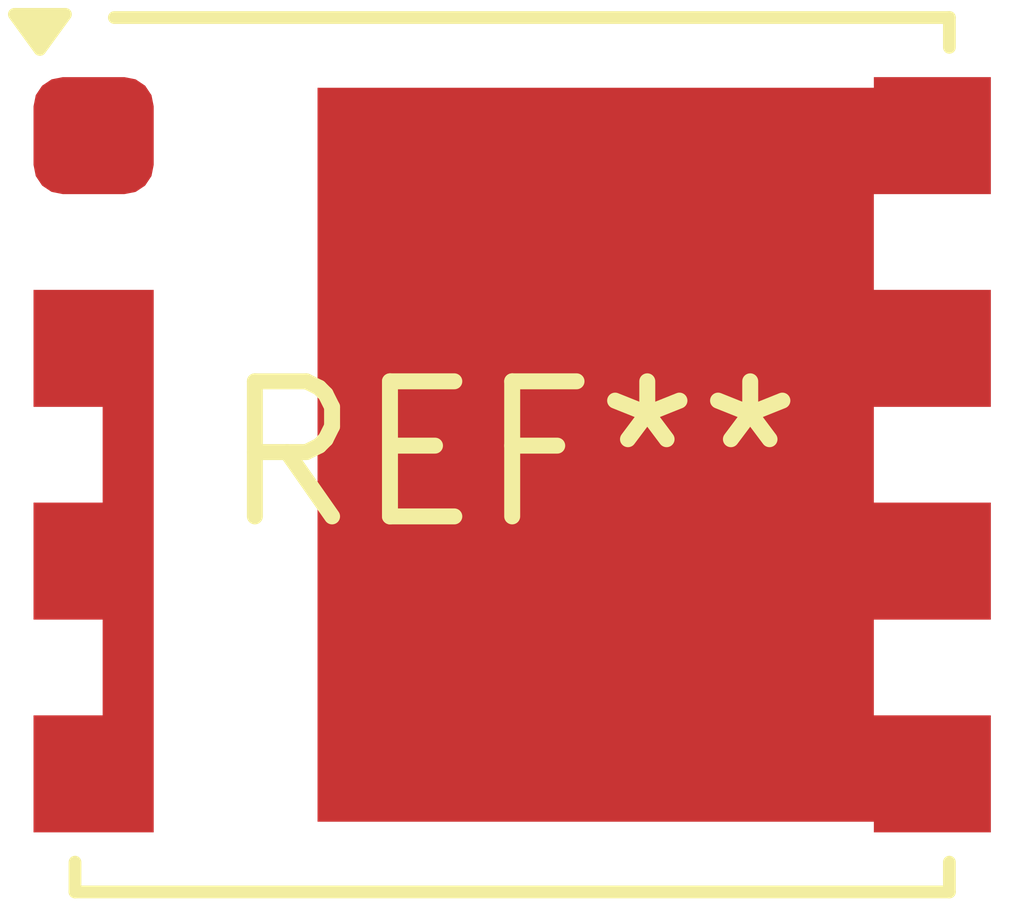
<source format=kicad_pcb>
(kicad_pcb (version 20240108) (generator pcbnew)
  (layers (0 "F.Cu" signal) (31 "B.Cu" signal) (34 "B.Paste" user) (35 "F.Paste" user) (36 "B.SilkS" user "B.Silkscreen") (37 "F.SilkS" user "F.Silkscreen") (38 "B.Mask" user) (39 "F.Mask" user) (44 "Edge.Cuts" user))
  (net 0 "")
  (footprint "PQFN_8x8" (layer "F.Cu") (at 0 0)
    (property "Reference" "REF**")
    (property "Value" "PQFN_8x8")
    (fp_line (start -4.11 3.83) (end -4.11 4.11) (layer "F.SilkS") (stroke (width 0.12)))
    (fp_line (start 4.11 -4.11) (end -3.74 -4.11) (layer "F.SilkS") (stroke (width 0.12)))
    (fp_line (start 4.11 -3.83) (end 4.11 -4.11) (layer "F.SilkS") (stroke (width 0.12)))
    (fp_line (start 4.11 3.83) (end 4.11 4.11) (layer "F.SilkS") (stroke (width 0.12)))
    (fp_line (start 4.11 4.11) (end -4.11 4.11) (layer "F.SilkS") (stroke (width 0.12)))
    (fp_poly (pts (xy -4.44 -3.81) (xy -4.2 -4.14) (xy -4.68 -4.14) (xy -4.44 -3.81)) (layer "F.SilkS") (stroke (width 0.12)) (fill solid))
    (pad "1" smd roundrect (at -3.935 -3) (size 1.13 1.1) (layers "F.Cu" "F.Paste" "F.Mask"))
    (pad "2" smd custom (at -3.61 1) (size 0.48 5.1) (layers "F.Cu" "F.Paste" "F.Mask") (options (clearance outline) (anchor rect)) (primitives (gr_poly (pts (xy -0.24 -1.45) (xy -0.89 -1.45) (xy -0.89 -2.55) (xy -0.24 -2.55)) (width 0) (fill yes)) (gr_poly (pts (xy -0.24 0.55) (xy -0.89 0.55) (xy -0.89 -0.55) (xy -0.24 -0.55)) (width 0) (fill yes)) (gr_poly (pts (xy -0.24 2.55) (xy -0.89 2.55) (xy -0.89 1.45) (xy -0.24 1.45)) (width 0) (fill yes))))
    (pad "3" smd custom (at 0.785 0) (size 5.23 6.9) (layers "F.Cu" "F.Mask") (options (clearance outline) (anchor rect)) (primitives (gr_poly (pts (xy 3.715 -2.45) (xy 2.615 -2.45) (xy 2.615 -3.55) (xy 3.715 -3.55)) (width 0) (fill yes)) (gr_poly (pts (xy 3.715 -0.45) (xy 2.615 -0.45) (xy 2.615 -1.55) (xy 3.715 -1.55)) (width 0) (fill yes)) (gr_poly (pts (xy 3.715 1.55) (xy 2.615 1.55) (xy 2.615 0.45) (xy 3.715 0.45)) (width 0) (fill yes)) (gr_poly (pts (xy 3.715 3.55) (xy 2.615 3.55) (xy 2.615 2.45) (xy 3.715 2.45)) (width 0) (fill yes))))
  )
)
</source>
